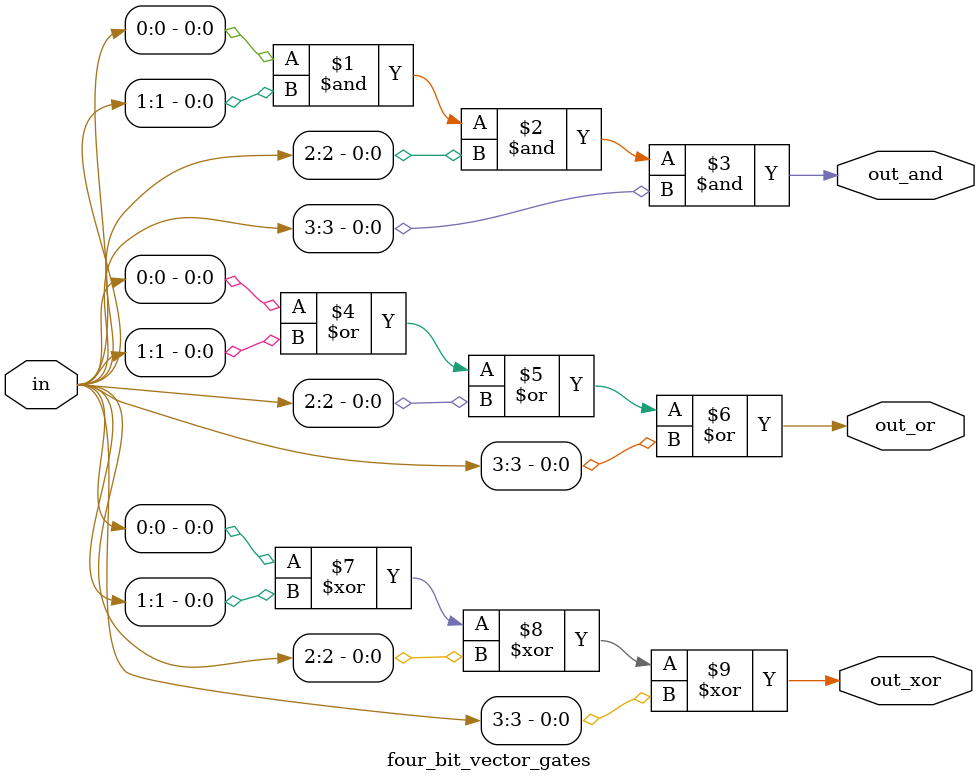
<source format=v>
module four_bit_vector_gates ( 
    input [3:0] in,
    output out_and,
    output out_or,
    output out_xor
);

    assign out_and = in[0] & in[1] & in[2] & in[3]; // Can also && as it 1-bit
    assign out_or = in[0] | in[1] | in[2] | in[3]; // Can also || as it 1-bit
    assign out_xor = in[0] ^ in[1] ^ in[2] ^ in[3];

endmodule
</source>
